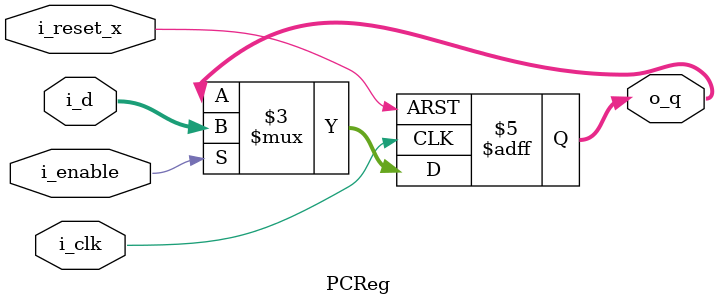
<source format=v>
module PCReg(
  input i_clk, i_reset_x, i_enable,
  input [31:0] i_d,
  output reg [31:0] o_q
);

  parameter PC_ORIGIN = 32'h1_0000; // PC start position.

  always @(posedge i_clk, negedge i_reset_x) begin
    if (!i_reset_x)       o_q <= PC_ORIGIN;
    else if (i_enable)  o_q <= i_d;
    // else                o_q <= o_q;
  end

endmodule
</source>
